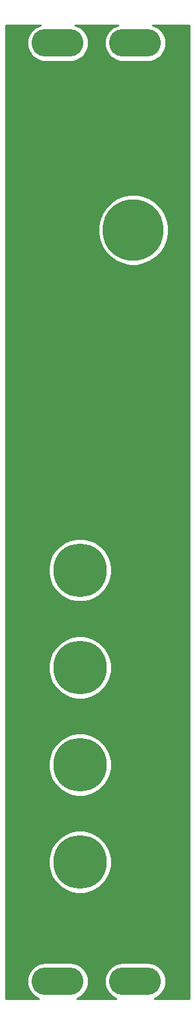
<source format=gbr>
%TF.GenerationSoftware,KiCad,Pcbnew,(5.1.6)-1*%
%TF.CreationDate,2021-04-21T22:03:43+02:00*%
%TF.ProjectId,answertainty faceplate,616e7377-6572-4746-9169-6e7479206661,rev?*%
%TF.SameCoordinates,Original*%
%TF.FileFunction,Copper,L1,Top*%
%TF.FilePolarity,Positive*%
%FSLAX46Y46*%
G04 Gerber Fmt 4.6, Leading zero omitted, Abs format (unit mm)*
G04 Created by KiCad (PCBNEW (5.1.6)-1) date 2021-04-21 22:03:43*
%MOMM*%
%LPD*%
G01*
G04 APERTURE LIST*
%TA.AperFunction,WasherPad*%
%ADD10C,8.000000*%
%TD*%
%TA.AperFunction,WasherPad*%
%ADD11C,7.000000*%
%TD*%
%TA.AperFunction,WasherPad*%
%ADD12O,6.800000X3.600000*%
%TD*%
%TA.AperFunction,NonConductor*%
%ADD13C,0.254000*%
%TD*%
G04 APERTURE END LIST*
D10*
%TO.P,REF\u002A\u002A,*%
%TO.N,*%
X119000000Y-78220000D03*
%TD*%
D11*
%TO.P,REF\u002A\u002A,*%
%TO.N,*%
X112000000Y-122650000D03*
%TD*%
%TO.P,REF\u002A\u002A,*%
%TO.N,*%
X112000000Y-135370000D03*
%TD*%
%TO.P,REF\u002A\u002A,*%
%TO.N,*%
X112000000Y-148070000D03*
%TD*%
%TO.P,REF\u002A\u002A,*%
%TO.N,*%
X112000000Y-160770000D03*
%TD*%
D12*
%TO.P,REF\u002A\u002A,*%
%TO.N,*%
X109100000Y-53800000D03*
%TD*%
%TO.P,REF\u002A\u002A,*%
%TO.N,*%
X119260000Y-53800000D03*
%TD*%
%TO.P,REF\u002A\u002A,*%
%TO.N,*%
X119260000Y-176370000D03*
%TD*%
%TO.P,REF\u002A\u002A,*%
%TO.N,*%
X109100000Y-176370000D03*
%TD*%
D13*
G36*
X106563657Y-51539469D02*
G01*
X106140641Y-51765576D01*
X105769865Y-52069865D01*
X105465576Y-52440641D01*
X105239469Y-52863657D01*
X105100233Y-53322657D01*
X105053219Y-53800000D01*
X105100233Y-54277343D01*
X105239469Y-54736343D01*
X105465576Y-55159359D01*
X105769865Y-55530135D01*
X106140641Y-55834424D01*
X106563657Y-56060531D01*
X107022657Y-56199767D01*
X107380385Y-56235000D01*
X110819615Y-56235000D01*
X111177343Y-56199767D01*
X111636343Y-56060531D01*
X112059359Y-55834424D01*
X112430135Y-55530135D01*
X112734424Y-55159359D01*
X112960531Y-54736343D01*
X113099767Y-54277343D01*
X113146781Y-53800000D01*
X113099767Y-53322657D01*
X112960531Y-52863657D01*
X112734424Y-52440641D01*
X112430135Y-52069865D01*
X112059359Y-51765576D01*
X111636343Y-51539469D01*
X111374369Y-51460000D01*
X116985631Y-51460000D01*
X116723657Y-51539469D01*
X116300641Y-51765576D01*
X115929865Y-52069865D01*
X115625576Y-52440641D01*
X115399469Y-52863657D01*
X115260233Y-53322657D01*
X115213219Y-53800000D01*
X115260233Y-54277343D01*
X115399469Y-54736343D01*
X115625576Y-55159359D01*
X115929865Y-55530135D01*
X116300641Y-55834424D01*
X116723657Y-56060531D01*
X117182657Y-56199767D01*
X117540385Y-56235000D01*
X120979615Y-56235000D01*
X121337343Y-56199767D01*
X121796343Y-56060531D01*
X122219359Y-55834424D01*
X122590135Y-55530135D01*
X122894424Y-55159359D01*
X123120531Y-54736343D01*
X123259767Y-54277343D01*
X123306781Y-53800000D01*
X123259767Y-53322657D01*
X123120531Y-52863657D01*
X122894424Y-52440641D01*
X122590135Y-52069865D01*
X122219359Y-51765576D01*
X121796343Y-51539469D01*
X121534369Y-51460000D01*
X126340000Y-51460000D01*
X126340001Y-178640000D01*
X121765128Y-178640000D01*
X121796343Y-178630531D01*
X122219359Y-178404424D01*
X122590135Y-178100135D01*
X122894424Y-177729359D01*
X123120531Y-177306343D01*
X123259767Y-176847343D01*
X123306781Y-176370000D01*
X123259767Y-175892657D01*
X123120531Y-175433657D01*
X122894424Y-175010641D01*
X122590135Y-174639865D01*
X122219359Y-174335576D01*
X121796343Y-174109469D01*
X121337343Y-173970233D01*
X120979615Y-173935000D01*
X117540385Y-173935000D01*
X117182657Y-173970233D01*
X116723657Y-174109469D01*
X116300641Y-174335576D01*
X115929865Y-174639865D01*
X115625576Y-175010641D01*
X115399469Y-175433657D01*
X115260233Y-175892657D01*
X115213219Y-176370000D01*
X115260233Y-176847343D01*
X115399469Y-177306343D01*
X115625576Y-177729359D01*
X115929865Y-178100135D01*
X116300641Y-178404424D01*
X116723657Y-178630531D01*
X116754872Y-178640000D01*
X111605128Y-178640000D01*
X111636343Y-178630531D01*
X112059359Y-178404424D01*
X112430135Y-178100135D01*
X112734424Y-177729359D01*
X112960531Y-177306343D01*
X113099767Y-176847343D01*
X113146781Y-176370000D01*
X113099767Y-175892657D01*
X112960531Y-175433657D01*
X112734424Y-175010641D01*
X112430135Y-174639865D01*
X112059359Y-174335576D01*
X111636343Y-174109469D01*
X111177343Y-173970233D01*
X110819615Y-173935000D01*
X107380385Y-173935000D01*
X107022657Y-173970233D01*
X106563657Y-174109469D01*
X106140641Y-174335576D01*
X105769865Y-174639865D01*
X105465576Y-175010641D01*
X105239469Y-175433657D01*
X105100233Y-175892657D01*
X105053219Y-176370000D01*
X105100233Y-176847343D01*
X105239469Y-177306343D01*
X105465576Y-177729359D01*
X105769865Y-178100135D01*
X106140641Y-178404424D01*
X106563657Y-178630531D01*
X106594872Y-178640000D01*
X102260000Y-178640000D01*
X102260000Y-160362738D01*
X107865000Y-160362738D01*
X107865000Y-161177262D01*
X108023906Y-161976135D01*
X108335611Y-162728657D01*
X108788136Y-163405909D01*
X109364091Y-163981864D01*
X110041343Y-164434389D01*
X110793865Y-164746094D01*
X111592738Y-164905000D01*
X112407262Y-164905000D01*
X113206135Y-164746094D01*
X113958657Y-164434389D01*
X114635909Y-163981864D01*
X115211864Y-163405909D01*
X115664389Y-162728657D01*
X115976094Y-161976135D01*
X116135000Y-161177262D01*
X116135000Y-160362738D01*
X115976094Y-159563865D01*
X115664389Y-158811343D01*
X115211864Y-158134091D01*
X114635909Y-157558136D01*
X113958657Y-157105611D01*
X113206135Y-156793906D01*
X112407262Y-156635000D01*
X111592738Y-156635000D01*
X110793865Y-156793906D01*
X110041343Y-157105611D01*
X109364091Y-157558136D01*
X108788136Y-158134091D01*
X108335611Y-158811343D01*
X108023906Y-159563865D01*
X107865000Y-160362738D01*
X102260000Y-160362738D01*
X102260000Y-147662738D01*
X107865000Y-147662738D01*
X107865000Y-148477262D01*
X108023906Y-149276135D01*
X108335611Y-150028657D01*
X108788136Y-150705909D01*
X109364091Y-151281864D01*
X110041343Y-151734389D01*
X110793865Y-152046094D01*
X111592738Y-152205000D01*
X112407262Y-152205000D01*
X113206135Y-152046094D01*
X113958657Y-151734389D01*
X114635909Y-151281864D01*
X115211864Y-150705909D01*
X115664389Y-150028657D01*
X115976094Y-149276135D01*
X116135000Y-148477262D01*
X116135000Y-147662738D01*
X115976094Y-146863865D01*
X115664389Y-146111343D01*
X115211864Y-145434091D01*
X114635909Y-144858136D01*
X113958657Y-144405611D01*
X113206135Y-144093906D01*
X112407262Y-143935000D01*
X111592738Y-143935000D01*
X110793865Y-144093906D01*
X110041343Y-144405611D01*
X109364091Y-144858136D01*
X108788136Y-145434091D01*
X108335611Y-146111343D01*
X108023906Y-146863865D01*
X107865000Y-147662738D01*
X102260000Y-147662738D01*
X102260000Y-134962738D01*
X107865000Y-134962738D01*
X107865000Y-135777262D01*
X108023906Y-136576135D01*
X108335611Y-137328657D01*
X108788136Y-138005909D01*
X109364091Y-138581864D01*
X110041343Y-139034389D01*
X110793865Y-139346094D01*
X111592738Y-139505000D01*
X112407262Y-139505000D01*
X113206135Y-139346094D01*
X113958657Y-139034389D01*
X114635909Y-138581864D01*
X115211864Y-138005909D01*
X115664389Y-137328657D01*
X115976094Y-136576135D01*
X116135000Y-135777262D01*
X116135000Y-134962738D01*
X115976094Y-134163865D01*
X115664389Y-133411343D01*
X115211864Y-132734091D01*
X114635909Y-132158136D01*
X113958657Y-131705611D01*
X113206135Y-131393906D01*
X112407262Y-131235000D01*
X111592738Y-131235000D01*
X110793865Y-131393906D01*
X110041343Y-131705611D01*
X109364091Y-132158136D01*
X108788136Y-132734091D01*
X108335611Y-133411343D01*
X108023906Y-134163865D01*
X107865000Y-134962738D01*
X102260000Y-134962738D01*
X102260000Y-122242738D01*
X107865000Y-122242738D01*
X107865000Y-123057262D01*
X108023906Y-123856135D01*
X108335611Y-124608657D01*
X108788136Y-125285909D01*
X109364091Y-125861864D01*
X110041343Y-126314389D01*
X110793865Y-126626094D01*
X111592738Y-126785000D01*
X112407262Y-126785000D01*
X113206135Y-126626094D01*
X113958657Y-126314389D01*
X114635909Y-125861864D01*
X115211864Y-125285909D01*
X115664389Y-124608657D01*
X115976094Y-123856135D01*
X116135000Y-123057262D01*
X116135000Y-122242738D01*
X115976094Y-121443865D01*
X115664389Y-120691343D01*
X115211864Y-120014091D01*
X114635909Y-119438136D01*
X113958657Y-118985611D01*
X113206135Y-118673906D01*
X112407262Y-118515000D01*
X111592738Y-118515000D01*
X110793865Y-118673906D01*
X110041343Y-118985611D01*
X109364091Y-119438136D01*
X108788136Y-120014091D01*
X108335611Y-120691343D01*
X108023906Y-121443865D01*
X107865000Y-122242738D01*
X102260000Y-122242738D01*
X102260000Y-77763492D01*
X114365000Y-77763492D01*
X114365000Y-78676508D01*
X114543120Y-79571980D01*
X114892516Y-80415496D01*
X115399760Y-81174640D01*
X116045360Y-81820240D01*
X116804504Y-82327484D01*
X117648020Y-82676880D01*
X118543492Y-82855000D01*
X119456508Y-82855000D01*
X120351980Y-82676880D01*
X121195496Y-82327484D01*
X121954640Y-81820240D01*
X122600240Y-81174640D01*
X123107484Y-80415496D01*
X123456880Y-79571980D01*
X123635000Y-78676508D01*
X123635000Y-77763492D01*
X123456880Y-76868020D01*
X123107484Y-76024504D01*
X122600240Y-75265360D01*
X121954640Y-74619760D01*
X121195496Y-74112516D01*
X120351980Y-73763120D01*
X119456508Y-73585000D01*
X118543492Y-73585000D01*
X117648020Y-73763120D01*
X116804504Y-74112516D01*
X116045360Y-74619760D01*
X115399760Y-75265360D01*
X114892516Y-76024504D01*
X114543120Y-76868020D01*
X114365000Y-77763492D01*
X102260000Y-77763492D01*
X102260000Y-51460000D01*
X106825631Y-51460000D01*
X106563657Y-51539469D01*
G37*
X106563657Y-51539469D02*
X106140641Y-51765576D01*
X105769865Y-52069865D01*
X105465576Y-52440641D01*
X105239469Y-52863657D01*
X105100233Y-53322657D01*
X105053219Y-53800000D01*
X105100233Y-54277343D01*
X105239469Y-54736343D01*
X105465576Y-55159359D01*
X105769865Y-55530135D01*
X106140641Y-55834424D01*
X106563657Y-56060531D01*
X107022657Y-56199767D01*
X107380385Y-56235000D01*
X110819615Y-56235000D01*
X111177343Y-56199767D01*
X111636343Y-56060531D01*
X112059359Y-55834424D01*
X112430135Y-55530135D01*
X112734424Y-55159359D01*
X112960531Y-54736343D01*
X113099767Y-54277343D01*
X113146781Y-53800000D01*
X113099767Y-53322657D01*
X112960531Y-52863657D01*
X112734424Y-52440641D01*
X112430135Y-52069865D01*
X112059359Y-51765576D01*
X111636343Y-51539469D01*
X111374369Y-51460000D01*
X116985631Y-51460000D01*
X116723657Y-51539469D01*
X116300641Y-51765576D01*
X115929865Y-52069865D01*
X115625576Y-52440641D01*
X115399469Y-52863657D01*
X115260233Y-53322657D01*
X115213219Y-53800000D01*
X115260233Y-54277343D01*
X115399469Y-54736343D01*
X115625576Y-55159359D01*
X115929865Y-55530135D01*
X116300641Y-55834424D01*
X116723657Y-56060531D01*
X117182657Y-56199767D01*
X117540385Y-56235000D01*
X120979615Y-56235000D01*
X121337343Y-56199767D01*
X121796343Y-56060531D01*
X122219359Y-55834424D01*
X122590135Y-55530135D01*
X122894424Y-55159359D01*
X123120531Y-54736343D01*
X123259767Y-54277343D01*
X123306781Y-53800000D01*
X123259767Y-53322657D01*
X123120531Y-52863657D01*
X122894424Y-52440641D01*
X122590135Y-52069865D01*
X122219359Y-51765576D01*
X121796343Y-51539469D01*
X121534369Y-51460000D01*
X126340000Y-51460000D01*
X126340001Y-178640000D01*
X121765128Y-178640000D01*
X121796343Y-178630531D01*
X122219359Y-178404424D01*
X122590135Y-178100135D01*
X122894424Y-177729359D01*
X123120531Y-177306343D01*
X123259767Y-176847343D01*
X123306781Y-176370000D01*
X123259767Y-175892657D01*
X123120531Y-175433657D01*
X122894424Y-175010641D01*
X122590135Y-174639865D01*
X122219359Y-174335576D01*
X121796343Y-174109469D01*
X121337343Y-173970233D01*
X120979615Y-173935000D01*
X117540385Y-173935000D01*
X117182657Y-173970233D01*
X116723657Y-174109469D01*
X116300641Y-174335576D01*
X115929865Y-174639865D01*
X115625576Y-175010641D01*
X115399469Y-175433657D01*
X115260233Y-175892657D01*
X115213219Y-176370000D01*
X115260233Y-176847343D01*
X115399469Y-177306343D01*
X115625576Y-177729359D01*
X115929865Y-178100135D01*
X116300641Y-178404424D01*
X116723657Y-178630531D01*
X116754872Y-178640000D01*
X111605128Y-178640000D01*
X111636343Y-178630531D01*
X112059359Y-178404424D01*
X112430135Y-178100135D01*
X112734424Y-177729359D01*
X112960531Y-177306343D01*
X113099767Y-176847343D01*
X113146781Y-176370000D01*
X113099767Y-175892657D01*
X112960531Y-175433657D01*
X112734424Y-175010641D01*
X112430135Y-174639865D01*
X112059359Y-174335576D01*
X111636343Y-174109469D01*
X111177343Y-173970233D01*
X110819615Y-173935000D01*
X107380385Y-173935000D01*
X107022657Y-173970233D01*
X106563657Y-174109469D01*
X106140641Y-174335576D01*
X105769865Y-174639865D01*
X105465576Y-175010641D01*
X105239469Y-175433657D01*
X105100233Y-175892657D01*
X105053219Y-176370000D01*
X105100233Y-176847343D01*
X105239469Y-177306343D01*
X105465576Y-177729359D01*
X105769865Y-178100135D01*
X106140641Y-178404424D01*
X106563657Y-178630531D01*
X106594872Y-178640000D01*
X102260000Y-178640000D01*
X102260000Y-160362738D01*
X107865000Y-160362738D01*
X107865000Y-161177262D01*
X108023906Y-161976135D01*
X108335611Y-162728657D01*
X108788136Y-163405909D01*
X109364091Y-163981864D01*
X110041343Y-164434389D01*
X110793865Y-164746094D01*
X111592738Y-164905000D01*
X112407262Y-164905000D01*
X113206135Y-164746094D01*
X113958657Y-164434389D01*
X114635909Y-163981864D01*
X115211864Y-163405909D01*
X115664389Y-162728657D01*
X115976094Y-161976135D01*
X116135000Y-161177262D01*
X116135000Y-160362738D01*
X115976094Y-159563865D01*
X115664389Y-158811343D01*
X115211864Y-158134091D01*
X114635909Y-157558136D01*
X113958657Y-157105611D01*
X113206135Y-156793906D01*
X112407262Y-156635000D01*
X111592738Y-156635000D01*
X110793865Y-156793906D01*
X110041343Y-157105611D01*
X109364091Y-157558136D01*
X108788136Y-158134091D01*
X108335611Y-158811343D01*
X108023906Y-159563865D01*
X107865000Y-160362738D01*
X102260000Y-160362738D01*
X102260000Y-147662738D01*
X107865000Y-147662738D01*
X107865000Y-148477262D01*
X108023906Y-149276135D01*
X108335611Y-150028657D01*
X108788136Y-150705909D01*
X109364091Y-151281864D01*
X110041343Y-151734389D01*
X110793865Y-152046094D01*
X111592738Y-152205000D01*
X112407262Y-152205000D01*
X113206135Y-152046094D01*
X113958657Y-151734389D01*
X114635909Y-151281864D01*
X115211864Y-150705909D01*
X115664389Y-150028657D01*
X115976094Y-149276135D01*
X116135000Y-148477262D01*
X116135000Y-147662738D01*
X115976094Y-146863865D01*
X115664389Y-146111343D01*
X115211864Y-145434091D01*
X114635909Y-144858136D01*
X113958657Y-144405611D01*
X113206135Y-144093906D01*
X112407262Y-143935000D01*
X111592738Y-143935000D01*
X110793865Y-144093906D01*
X110041343Y-144405611D01*
X109364091Y-144858136D01*
X108788136Y-145434091D01*
X108335611Y-146111343D01*
X108023906Y-146863865D01*
X107865000Y-147662738D01*
X102260000Y-147662738D01*
X102260000Y-134962738D01*
X107865000Y-134962738D01*
X107865000Y-135777262D01*
X108023906Y-136576135D01*
X108335611Y-137328657D01*
X108788136Y-138005909D01*
X109364091Y-138581864D01*
X110041343Y-139034389D01*
X110793865Y-139346094D01*
X111592738Y-139505000D01*
X112407262Y-139505000D01*
X113206135Y-139346094D01*
X113958657Y-139034389D01*
X114635909Y-138581864D01*
X115211864Y-138005909D01*
X115664389Y-137328657D01*
X115976094Y-136576135D01*
X116135000Y-135777262D01*
X116135000Y-134962738D01*
X115976094Y-134163865D01*
X115664389Y-133411343D01*
X115211864Y-132734091D01*
X114635909Y-132158136D01*
X113958657Y-131705611D01*
X113206135Y-131393906D01*
X112407262Y-131235000D01*
X111592738Y-131235000D01*
X110793865Y-131393906D01*
X110041343Y-131705611D01*
X109364091Y-132158136D01*
X108788136Y-132734091D01*
X108335611Y-133411343D01*
X108023906Y-134163865D01*
X107865000Y-134962738D01*
X102260000Y-134962738D01*
X102260000Y-122242738D01*
X107865000Y-122242738D01*
X107865000Y-123057262D01*
X108023906Y-123856135D01*
X108335611Y-124608657D01*
X108788136Y-125285909D01*
X109364091Y-125861864D01*
X110041343Y-126314389D01*
X110793865Y-126626094D01*
X111592738Y-126785000D01*
X112407262Y-126785000D01*
X113206135Y-126626094D01*
X113958657Y-126314389D01*
X114635909Y-125861864D01*
X115211864Y-125285909D01*
X115664389Y-124608657D01*
X115976094Y-123856135D01*
X116135000Y-123057262D01*
X116135000Y-122242738D01*
X115976094Y-121443865D01*
X115664389Y-120691343D01*
X115211864Y-120014091D01*
X114635909Y-119438136D01*
X113958657Y-118985611D01*
X113206135Y-118673906D01*
X112407262Y-118515000D01*
X111592738Y-118515000D01*
X110793865Y-118673906D01*
X110041343Y-118985611D01*
X109364091Y-119438136D01*
X108788136Y-120014091D01*
X108335611Y-120691343D01*
X108023906Y-121443865D01*
X107865000Y-122242738D01*
X102260000Y-122242738D01*
X102260000Y-77763492D01*
X114365000Y-77763492D01*
X114365000Y-78676508D01*
X114543120Y-79571980D01*
X114892516Y-80415496D01*
X115399760Y-81174640D01*
X116045360Y-81820240D01*
X116804504Y-82327484D01*
X117648020Y-82676880D01*
X118543492Y-82855000D01*
X119456508Y-82855000D01*
X120351980Y-82676880D01*
X121195496Y-82327484D01*
X121954640Y-81820240D01*
X122600240Y-81174640D01*
X123107484Y-80415496D01*
X123456880Y-79571980D01*
X123635000Y-78676508D01*
X123635000Y-77763492D01*
X123456880Y-76868020D01*
X123107484Y-76024504D01*
X122600240Y-75265360D01*
X121954640Y-74619760D01*
X121195496Y-74112516D01*
X120351980Y-73763120D01*
X119456508Y-73585000D01*
X118543492Y-73585000D01*
X117648020Y-73763120D01*
X116804504Y-74112516D01*
X116045360Y-74619760D01*
X115399760Y-75265360D01*
X114892516Y-76024504D01*
X114543120Y-76868020D01*
X114365000Y-77763492D01*
X102260000Y-77763492D01*
X102260000Y-51460000D01*
X106825631Y-51460000D01*
X106563657Y-51539469D01*
M02*

</source>
